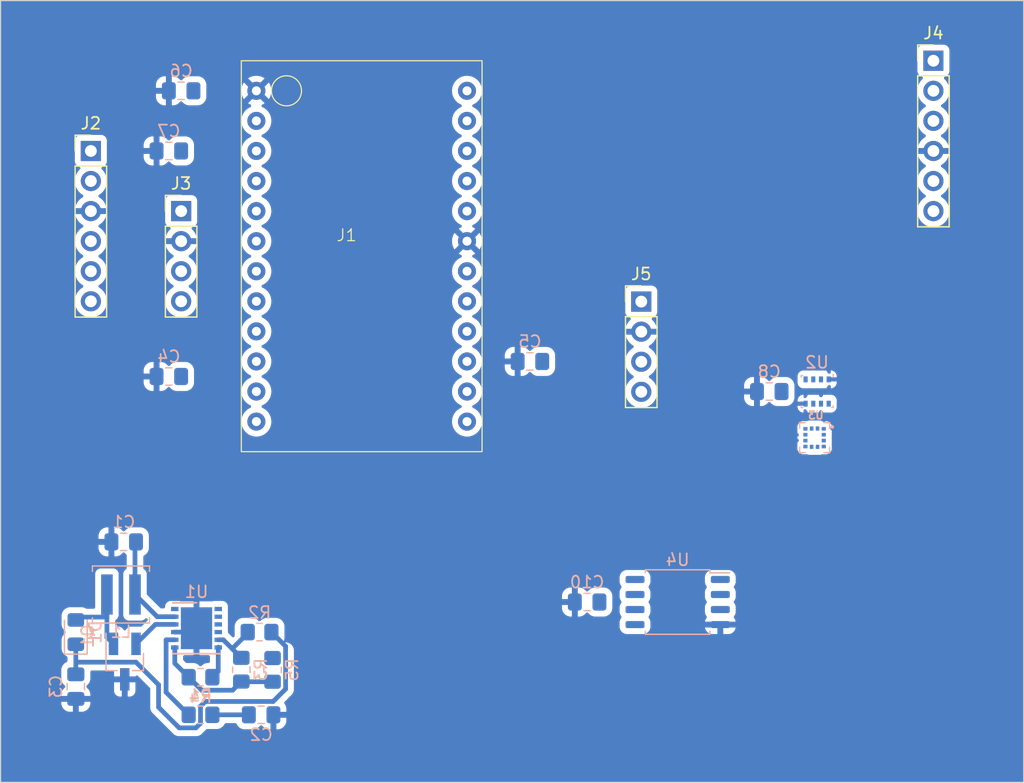
<source format=kicad_pcb>
(kicad_pcb (version 20221018) (generator pcbnew)
  (layers (0 "F.Cu" signal) (31 "B.Cu" signal) (34 "B.Paste" user) (35 "F.Paste" user) (36 "B.SilkS" user "B.Silkscreen") (37 "F.SilkS" user "F.Silkscreen") (38 "B.Mask" user) (39 "F.Mask" user) (44 "Edge.Cuts" user))
  (net 0 "")
  (net 1 "GND")
  (net 2 "/RST")
  (net 3 "/5V")
  (net 4 "Net-(C2-Pad1)")
  (net 5 "Net-(D1-K)")
  (net 6 "/BIAS")
  (net 7 "/BATTERY_MONITOR")
  (net 8 "/SiPM_SIGNAL")
  (net 9 "/SiPM_TEMP")
  (net 10 "/3v3")
  (net 11 "Net-(D1-A)")
  (net 12 "/SCL")
  (net 13 "/SDA")
  (net 14 "/BIAS_ENABLE")
  (net 15 "/STIM_ENABLE")
  (net 16 "/ANNEAL_ENABLE")
  (net 18 "/MOSI")
  (net 21 "/SCK")
  (net 23 "/MEMORY_CS")
  (net 24 "/MISO")
  (net 25 "/BIAS_CS")
  (net 26 "/SWDCLK")
  (net 27 "/SWDIO")
  (net 28 "Net-(Q1-G)")
  (net 29 "Net-(U1-COMP)")
  (net 30 "Net-(U1-FB)")
  (net 31 "Net-(U1-DAC_OUT)")
  (footprint "Connector_PinHeader_2.54mm:PinHeader_1x06_P2.54mm_Vertical" (layer "F.Cu") (at 180.34 45.72)
    (fp_text reference "J4" (at 0 -2.33) (layer "F.SilkS"))
    (fp_text value "Conn_01x06_Pin")
    (fp_line (start -1.33 -1.33) (end 0 -1.33) (stroke (width 0.12)) (layer "F.SilkS"))
    (fp_line (start -1.33 0) (end -1.33 -1.33) (stroke (width 0.12)) (layer "F.SilkS"))
    (fp_line (start -1.33 1.27) (end -1.33 14.03) (stroke (width 0.12)) (layer "F.SilkS"))
    (fp_line (start -1.33 1.27) (end 1.33 1.27) (stroke (width 0.12)) (layer "F.SilkS"))
    (fp_line (start -1.33 14.03) (end 1.33 14.03) (stroke (width 0.12)) (layer "F.SilkS"))
    (fp_line (start 1.33 1.27) (end 1.33 14.03) (stroke (width 0.12)) (layer "F.SilkS"))
    (pad "1" thru_hole rect (at 0 0) (size 1.7 1.7) (drill 1) (layers "*.Cu" "*.Mask") (net 10 "/3v3"))
    (pad "2" thru_hole oval (at 0 2.54) (size 1.7 1.7) (drill 1) (layers "*.Cu" "*.Mask") (net 9 "/SiPM_TEMP"))
    (pad "3" thru_hole oval (at 0 5.08) (size 1.7 1.7) (drill 1) (layers "*.Cu" "*.Mask") (net 6 "/BIAS"))
    (pad "4" thru_hole oval (at 0 7.62) (size 1.7 1.7) (drill 1) (layers "*.Cu" "*.Mask") (net 1 "GND"))
    (pad "5" thru_hole oval (at 0 10.16) (size 1.7 1.7) (drill 1) (layers "*.Cu" "*.Mask") (net 8 "/SiPM_SIGNAL"))
    (pad "6" thru_hole oval (at 0 12.7) (size 1.7 1.7) (drill 1) (layers "*.Cu" "*.Mask") (net 3 "/5V"))
  )
  (footprint "Connector_PinHeader_2.54mm:PinHeader_1x04_P2.54mm_Vertical" (layer "F.Cu") (at 155.68 66.065)
    (fp_text reference "J5" (at 0 -2.33) (layer "F.SilkS"))
    (fp_text value "Conn_01x04_Pin")
    (fp_line (start -1.33 -1.33) (end 0 -1.33) (stroke (width 0.12)) (layer "F.SilkS"))
    (fp_line (start -1.33 0) (end -1.33 -1.33) (stroke (width 0.12)) (layer "F.SilkS"))
    (fp_line (start -1.33 1.27) (end -1.33 8.95) (stroke (width 0.12)) (layer "F.SilkS"))
    (fp_line (start -1.33 1.27) (end 1.33 1.27) (stroke (width 0.12)) (layer "F.SilkS"))
    (fp_line (start -1.33 8.95) (end 1.33 8.95) (stroke (width 0.12)) (layer "F.SilkS"))
    (fp_line (start 1.33 1.27) (end 1.33 8.95) (stroke (width 0.12)) (layer "F.SilkS"))
    (pad "1" thru_hole rect (at 0 0) (size 1.7 1.7) (drill 1) (layers "*.Cu" "*.Mask") (net 26 "/SWDCLK"))
    (pad "2" thru_hole oval (at 0 2.54) (size 1.7 1.7) (drill 1) (layers "*.Cu" "*.Mask") (net 1 "GND"))
    (pad "3" thru_hole oval (at 0 5.08) (size 1.7 1.7) (drill 1) (layers "*.Cu" "*.Mask") (net 27 "/SWDIO"))
    (pad "4" thru_hole oval (at 0 7.62) (size 1.7 1.7) (drill 1) (layers "*.Cu" "*.Mask") (net 2 "/RST"))
  )
  (footprint "Connector_PinHeader_2.54mm:PinHeader_1x06_P2.54mm_Vertical" (layer "F.Cu") (at 109.22 53.34)
    (fp_text reference "J2" (at 0 -2.33) (layer "F.SilkS"))
    (fp_text value "Conn_01x06_Pin")
    (fp_line (start -1.33 -1.33) (end 0 -1.33) (stroke (width 0.12)) (layer "F.SilkS"))
    (fp_line (start -1.33 0) (end -1.33 -1.33) (stroke (width 0.12)) (layer "F.SilkS"))
    (fp_line (start -1.33 1.27) (end -1.33 14.03) (stroke (width 0.12)) (layer "F.SilkS"))
    (fp_line (start -1.33 1.27) (end 1.33 1.27) (stroke (width 0.12)) (layer "F.SilkS"))
    (fp_line (start -1.33 14.03) (end 1.33 14.03) (stroke (width 0.12)) (layer "F.SilkS"))
    (fp_line (start 1.33 1.27) (end 1.33 14.03) (stroke (width 0.12)) (layer "F.SilkS"))
    (pad "1" thru_hole rect (at 0 0) (size 1.7 1.7) (drill 1) (layers "*.Cu" "*.Mask") (net 9 "/SiPM_TEMP"))
    (pad "2" thru_hole oval (at 0 2.54) (size 1.7 1.7) (drill 1) (layers "*.Cu" "*.Mask") (net 8 "/SiPM_SIGNAL"))
    (pad "3" thru_hole oval (at 0 5.08) (size 1.7 1.7) (drill 1) (layers "*.Cu" "*.Mask") (net 1 "GND"))
    (pad "4" thru_hole oval (at 0 7.62) (size 1.7 1.7) (drill 1) (layers "*.Cu" "*.Mask") (net 14 "/BIAS_ENABLE"))
    (pad "5" thru_hole oval (at 0 10.16) (size 1.7 1.7) (drill 1) (layers "*.Cu" "*.Mask") (net 15 "/STIM_ENABLE"))
    (pad "6" thru_hole oval (at 0 12.7) (size 1.7 1.7) (drill 1) (layers "*.Cu" "*.Mask") (net 16 "/ANNEAL_ENABLE"))
  )
  (footprint "Connector_PinHeader_2.54mm:PinHeader_1x04_P2.54mm_Vertical" (layer "F.Cu") (at 116.84 58.42)
    (fp_text reference "J3" (at 0 -2.33) (layer "F.SilkS"))
    (fp_text value "Conn_01x04_Pin")
    (fp_line (start -1.33 -1.33) (end 0 -1.33) (stroke (width 0.12)) (layer "F.SilkS"))
    (fp_line (start -1.33 0) (end -1.33 -1.33) (stroke (width 0.12)) (layer "F.SilkS"))
    (fp_line (start -1.33 1.27) (end -1.33 8.95) (stroke (width 0.12)) (layer "F.SilkS"))
    (fp_line (start -1.33 1.27) (end 1.33 1.27) (stroke (width 0.12)) (layer "F.SilkS"))
    (fp_line (start -1.33 8.95) (end 1.33 8.95) (stroke (width 0.12)) (layer "F.SilkS"))
    (fp_line (start 1.33 1.27) (end 1.33 8.95) (stroke (width 0.12)) (layer "F.SilkS"))
    (pad "1" thru_hole rect (at 0 0) (size 1.7 1.7) (drill 1) (layers "*.Cu" "*.Mask") (net 3 "/5V"))
    (pad "2" thru_hole oval (at 0 2.54) (size 1.7 1.7) (drill 1) (layers "*.Cu" "*.Mask") (net 1 "GND"))
    (pad "3" thru_hole oval (at 0 5.08) (size 1.7 1.7) (drill 1) (layers "*.Cu" "*.Mask") (net 15 "/STIM_ENABLE"))
    (pad "4" thru_hole oval (at 0 7.62) (size 1.7 1.7) (drill 1) (layers "*.Cu" "*.Mask") (net 16 "/ANNEAL_ENABLE"))
  )
  (footprint "Library:E5-mini" (layer "F.Cu") (at 132.08 62.23)
    (fp_text reference "J1" (at -1.27 -1.77 unlocked) (layer "F.SilkS") (effects (font (thickness 0.1))))
    (fp_text value "Conn_02x12_Counter_Clockwise")
    (fp_rect (start -10.16 -16.51) (end 10.16 16.51) (stroke (width 0.1)) (fill none) (layer "F.SilkS"))
    (fp_circle (center -6.35 -13.97) (end -6.35 -12.7) (stroke (width 0.1)) (fill none) (layer "F.SilkS"))
    (pad "1" thru_hole circle (at -8.89 -13.97) (size 1.524 1.524) (drill 0.762) (layers "*.Cu" "*.Mask") (net 1 "GND"))
    (pad "2" thru_hole circle (at -8.89 -11.43) (size 1.524 1.524) (drill 0.762) (layers "*.Cu" "*.Mask") (net 12 "/SCL"))
    (pad "3" thru_hole circle (at -8.89 -8.89) (size 1.524 1.524) (drill 0.762) (layers "*.Cu" "*.Mask") (net 13 "/SDA"))
    (pad "4" thru_hole circle (at -8.89 -6.35) (size 1.524 1.524) (drill 0.762) (layers "*.Cu" "*.Mask") (net 8 "/SiPM_SIGNAL"))
    (pad "5" thru_hole circle (at -8.89 -3.81) (size 1.524 1.524) (drill 0.762) (layers "*.Cu" "*.Mask") (net 9 "/SiPM_TEMP"))
    (pad "6" thru_hole circle (at -8.89 -1.27) (size 1.524 1.524) (drill 0.762) (layers "*.Cu" "*.Mask") (net 14 "/BIAS_ENABLE"))
    (pad "7" thru_hole circle (at -8.89 1.27) (size 1.524 1.524) (drill 0.762) (layers "*.Cu" "*.Mask") (net 15 "/STIM_ENABLE"))
    (pad "8" thru_hole circle (at -8.89 3.81) (size 1.524 1.524) (drill 0.762) (layers "*.Cu" "*.Mask") (net 16 "/ANNEAL_ENABLE"))
    (pad "9" thru_hole circle (at -8.89 6.35) (size 1.524 1.524) (drill 0.762) (layers "*.Cu" "*.Mask"))
    (pad "10" thru_hole circle (at -8.89 8.89) (size 1.524 1.524) (drill 0.762) (layers "*.Cu" "*.Mask") (net 18 "/MOSI"))
    (pad "11" thru_hole circle (at -8.89 11.43) (size 1.524 1.524) (drill 0.762) (layers "*.Cu" "*.Mask"))
    (pad "12" thru_hole circle (at -8.89 13.97) (size 1.524 1.524) (drill 0.762) (layers "*.Cu" "*.Mask"))
    (pad "13" thru_hole circle (at 8.89 13.97) (size 1.524 1.524) (drill 0.762) (layers "*.Cu" "*.Mask") (net 21 "/SCK"))
    (pad "14" thru_hole circle (at 8.89 11.43) (size 1.524 1.524) (drill 0.762) (layers "*.Cu" "*.Mask"))
    (pad "15" thru_hole circle (at 8.89 8.89) (size 1.524 1.524) (drill 0.762) (layers "*.Cu" "*.Mask") (net 7 "/BATTERY_MONITOR"))
    (pad "16" thru_hole circle (at 8.89 6.35) (size 1.524 1.524) (drill 0.762) (layers "*.Cu" "*.Mask") (net 23 "/MEMORY_CS"))
    (pad "17" thru_hole circle (at 8.89 3.81) (size 1.524 1.524) (drill 0.762) (layers "*.Cu" "*.Mask") (net 24 "/MISO"))
    (pad "18" thru_hole circle (at 8.89 1.27) (size 1.524 1.524) (drill 0.762) (layers "*.Cu" "*.Mask") (net 25 "/BIAS_CS"))
    (pad "19" thru_hole circle (at 8.89 -1.27) (size 1.524 1.524) (drill 0.762) (layers "*.Cu" "*.Mask") (net 1 "GND"))
    (pad "20" thru_hole circle (at 8.89 -3.81) (size 1.524 1.524) (drill 0.762) (layers "*.Cu" "*.Mask") (net 2 "/RST"))
    (pad "21" thru_hole circle (at 8.89 -6.35) (size 1.524 1.524) (drill 0.762) (layers "*.Cu" "*.Mask") (net 26 "/SWDCLK"))
    (pad "22" thru_hole circle (at 8.89 -8.89) (size 1.524 1.524) (drill 0.762) (layers "*.Cu" "*.Mask") (net 27 "/SWDIO"))
    (pad "23" thru_hole circle (at 8.89 -11.43) (size 1.524 1.524) (drill 0.762) (layers "*.Cu" "*.Mask") (net 10 "/3v3"))
    (pad "24" thru_hole circle (at 8.89 -13.97) (size 1.524 1.524) (drill 0.762) (layers "*.Cu" "*.Mask") (net 3 "/5V"))
  )
  (footprint "Capacitor_SMD:C_0805_2012Metric_Pad1.18x1.45mm_HandSolder" (layer "B.Cu") (at 151.11 91.44 180)
    (fp_text reference "C10" (at 0 1.68) (layer "B.SilkS") (effects (justify mirror)))
    (fp_text value "1.0u")
    (fp_line (start -0.261252 -0.735) (end 0.261252 -0.735) (stroke (width 0.12)) (layer "B.SilkS"))
    (fp_line (start -0.261252 0.735) (end 0.261252 0.735) (stroke (width 0.12)) (layer "B.SilkS"))
    (pad "1" smd roundrect (at -1.0375 0 180) (size 1.175 1.45) (layers "B.Cu" "B.Paste" "B.Mask") (roundrect_rratio 0.212766) (net 10 "/3v3"))
    (pad "2" smd roundrect (at 1.0375 0 180) (size 1.175 1.45) (layers "B.Cu" "B.Paste" "B.Mask") (roundrect_rratio 0.212766) (net 1 "GND"))
  )
  (footprint "Package_TO_SOT_SMD:SOT-23_Handsoldering" (layer "B.Cu") (at 112.08 96.471638 -90)
    (fp_text reference "Q1" (at -2.15 3.135 90) (layer "B.SilkS") (effects (justify mirror)))
    (fp_text value "NMOS")
    (fp_line (start 0.76 -1.58) (end -0.7 -1.58) (stroke (width 0.12)) (layer "B.SilkS"))
    (fp_line (start 0.76 -1.58) (end 0.76 -0.65) (stroke (width 0.12)) (layer "B.SilkS"))
    (fp_line (start 0.76 1.58) (end -2.4 1.58) (stroke (width 0.12)) (layer "B.SilkS"))
    (fp_line (start 0.76 1.58) (end 0.76 0.65) (stroke (width 0.12)) (layer "B.SilkS"))
    (pad "1" smd rect (at -1.5 0.95 270) (size 1.9 0.8) (layers "B.Cu" "B.Paste" "B.Mask") (net 11 "Net-(D1-A)"))
    (pad "2" smd rect (at -1.5 -0.95 270) (size 1.9 0.8) (layers "B.Cu" "B.Paste" "B.Mask") (net 28 "Net-(Q1-G)"))
    (pad "3" smd rect (at 1.5 0 270) (size 1.9 0.8) (layers "B.Cu" "B.Paste" "B.Mask") (net 1 "GND"))
  )
  (footprint "Capacitor_SMD:C_0805_2012Metric_Pad1.18x1.45mm_HandSolder" (layer "B.Cu") (at 107.95 98.5825 -90)
    (fp_text reference "C3" (at 0 1.68 90) (layer "B.SilkS") (effects (justify mirror)))
    (fp_text value "0.01u")
    (fp_line (start -0.261252 -0.735) (end 0.261252 -0.735) (stroke (width 0.12)) (layer "B.SilkS"))
    (fp_line (start -0.261252 0.735) (end 0.261252 0.735) (stroke (width 0.12)) (layer "B.SilkS"))
    (pad "1" smd roundrect (at -1.0375 0 270) (size 1.175 1.45) (layers "B.Cu" "B.Paste" "B.Mask") (roundrect_rratio 0.212766) (net 5 "Net-(D1-K)"))
    (pad "2" smd roundrect (at 1.0375 0 270) (size 1.175 1.45) (layers "B.Cu" "B.Paste" "B.Mask") (roundrect_rratio 0.212766) (net 1 "GND"))
  )
  (footprint "Package_SO:SOIC-8_5.23x5.23mm_P1.27mm" (layer "B.Cu") (at 158.7525 91.44 180)
    (fp_text reference "U4" (at 0 3.56) (layer "B.SilkS") (effects (justify mirror)))
    (fp_text value "~")
    (fp_line (start -2.725 -2.725) (end -2.725 -2.465) (stroke (width 0.12)) (layer "B.SilkS"))
    (fp_line (start -2.725 2.465) (end -4.4 2.465) (stroke (width 0.12)) (layer "B.SilkS"))
    (fp_line (start -2.725 2.725) (end -2.725 2.465) (stroke (width 0.12)) (layer "B.SilkS"))
    (fp_line (start 0 -2.725) (end -2.725 -2.725) (stroke (width 0.12)) (layer "B.SilkS"))
    (fp_line (start 0 -2.725) (end 2.725 -2.725) (stroke (width 0.12)) (layer "B.SilkS"))
    (fp_line (start 0 2.725) (end -2.725 2.725) (stroke (width 0.12)) (layer "B.SilkS"))
    (fp_line (start 0 2.725) (end 2.725 2.725) (stroke (width 0.12)) (layer "B.SilkS"))
    (fp_line (start 2.725 -2.725) (end 2.725 -2.465) (stroke (width 0.12)) (layer "B.SilkS"))
    (fp_line (start 2.725 2.725) (end 2.725 2.465) (stroke (width 0.12)) (layer "B.SilkS"))
    (pad "1" smd roundrect (at -3.6 1.905 180) (size 1.6 0.6) (layers "B.Cu" "B.Paste" "B.Mask") (net 23 "/MEMORY_CS"))
    (pad "2" smd roundrect (at -3.6 0.635 180) (size 1.6 0.6) (layers "B.Cu" "B.Paste" "B.Mask") (net 24 "/MISO"))
    (pad "3" smd roundrect (at -3.6 -0.635 180) (size 1.6 0.6) (layers "B.Cu" "B.Paste" "B.Mask"))
    (pad "4" smd roundrect (at -3.6 -1.905 180) (size 1.6 0.6) (layers "B.Cu" "B.Paste" "B.Mask") (net 1 "GND"))
    (pad "5" smd roundrect (at 3.6 -1.905 180) (size 1.6 0.6) (layers "B.Cu" "B.Paste" "B.Mask") (net 18 "/MOSI"))
    (pad "6" smd roundrect (at 3.6 -0.635 180) (size 1.6 0.6) (layers "B.Cu" "B.Paste" "B.Mask") (net 21 "/SCK"))
    (pad "7" smd roundrect (at 3.6 0.635 180) (size 1.6 0.6) (layers "B.Cu" "B.Paste" "B.Mask"))
    (pad "8" smd roundrect (at 3.6 1.905 180) (size 1.6 0.6) (layers "B.Cu" "B.Paste" "B.Mask") (net 10 "/3v3"))
  )
  (footprint "Package_LGA:Bosch_LGA-8_2.5x2.5mm_P0.65mm_ClockwisePinNumbering" (layer "B.Cu") (at 170.525118 73.66 180)
    (fp_text reference "U2" (at 0.015 2.465) (layer "B.SilkS") (effects (justify mirror)))
    (fp_text value "BME280")
    (fp_line (start -1.35 -1.36) (end -1.2 -1.36) (stroke (width 0.1)) (layer "B.SilkS"))
    (fp_line (start -1.35 -1.35) (end -1.35 -1.2) (stroke (width 0.1)) (layer "B.SilkS"))
    (fp_line (start -1.35 1.2) (end -1.35 1.45) (stroke (width 0.1)) (layer "B.SilkS"))
    (fp_line (start 1.2 1.35) (end 1.35 1.35) (stroke (width 0.1)) (layer "B.SilkS"))
    (fp_line (start 1.35 -1.35) (end 1.2 -1.35) (stroke (width 0.1)) (layer "B.SilkS"))
    (fp_line (start 1.35 -1.35) (end 1.35 -1.2) (stroke (width 0.1)) (layer "B.SilkS"))
    (fp_line (start 1.35 1.35) (end 1.35 1.2) (stroke (width 0.1)) (layer "B.SilkS"))
    (pad "1" smd rect (at -0.975 1.025 90) (size 0.5 0.35) (layers "B.Cu" "B.Paste" "B.Mask") (net 1 "GND"))
    (pad "2" smd rect (at -0.325 1.025 90) (size 0.5 0.35) (layers "B.Cu" "B.Paste" "B.Mask") (net 10 "/3v3"))
    (pad "3" smd rect (at 0.325 1.025 90) (size 0.5 0.35) (layers "B.Cu" "B.Paste" "B.Mask") (net 13 "/SDA"))
    (pad "4" smd rect (at 0.975 1.025 90) (size 0.5 0.35) (layers "B.Cu" "B.Paste" "B.Mask") (net 12 "/SCL"))
    (pad "5" smd rect (at 0.975 -1.025 90) (size 0.5 0.35) (layers "B.Cu" "B.Paste" "B.Mask") (net 1 "GND"))
    (pad "6" smd rect (at 0.325 -1.025 90) (size 0.5 0.35) (layers "B.Cu" "B.Paste" "B.Mask") (net 10 "/3v3"))
    (pad "7" smd rect (at -0.325 -1.025 90) (size 0.5 0.35) (layers "B.Cu" "B.Paste" "B.Mask") (net 1 "GND"))
    (pad "8" smd rect (at -0.975 -1.025 90) (size 0.5 0.35) (layers "B.Cu" "B.Paste" "B.Mask") (net 10 "/3v3"))
  )
  (footprint "Capacitor_SMD:C_0805_2012Metric_Pad1.18x1.45mm_HandSolder" (layer "B.Cu") (at 146.2825 71.12 180)
    (fp_text reference "C5" (at 0 1.68) (layer "B.SilkS") (effects (justify mirror)))
    (fp_text value "1.0n")
    (fp_line (start -0.261252 -0.735) (end 0.261252 -0.735) (stroke (width 0.12)) (layer "B.SilkS"))
    (fp_line (start -0.261252 0.735) (end 0.261252 0.735) (stroke (width 0.12)) (layer "B.SilkS"))
    (pad "1" smd roundrect (at -1.0375 0 180) (size 1.175 1.45) (layers "B.Cu" "B.Paste" "B.Mask") (roundrect_rratio 0.212766) (net 7 "/BATTERY_MONITOR"))
    (pad "2" smd roundrect (at 1.0375 0 180) (size 1.175 1.45) (layers "B.Cu" "B.Paste" "B.Mask") (roundrect_rratio 0.212766) (net 1 "GND"))
  )
  (footprint "Capacitor_SMD:C_0805_2012Metric_Pad1.18x1.45mm_HandSolder" (layer "B.Cu") (at 115.8025 72.39 180)
    (fp_text reference "C4" (at 0 1.68) (layer "B.SilkS") (effects (justify mirror)))
    (fp_text value "0.01u")
    (fp_line (start -0.261252 -0.735) (end 0.261252 -0.735) (stroke (width 0.12)) (layer "B.SilkS"))
    (fp_line (start -0.261252 0.735) (end 0.261252 0.735) (stroke (width 0.12)) (layer "B.SilkS"))
    (pad "1" smd roundrect (at -1.0375 0 180) (size 1.175 1.45) (layers "B.Cu" "B.Paste" "B.Mask") (roundrect_rratio 0.212766) (net 6 "/BIAS"))
    (pad "2" smd roundrect (at 1.0375 0 180) (size 1.175 1.45) (layers "B.Cu" "B.Paste" "B.Mask") (roundrect_rratio 0.212766) (net 1 "GND"))
  )
  (footprint "Resistor_SMD:R_0805_2012Metric_Pad1.20x1.40mm_HandSolder" (layer "B.Cu") (at 124.557646 97.171436 90)
    (fp_text reference "R5" (at 0 1.65 90) (layer "B.SilkS") (effects (justify mirror)))
    (fp_text value "10.0k")
    (fp_line (start -0.227064 -0.735) (end 0.227064 -0.735) (stroke (width 0.12)) (layer "B.SilkS"))
    (fp_line (start -0.227064 0.735) (end 0.227064 0.735) (stroke (width 0.12)) (layer "B.SilkS"))
    (pad "1" smd roundrect (at -1 0 90) (size 1.2 1.4) (layers "B.Cu" "B.Paste" "B.Mask") (roundrect_rratio 0.208333) (net 30 "Net-(U1-FB)"))
    (pad "2" smd roundrect (at 1 0 90) (size 1.2 1.4) (layers "B.Cu" "B.Paste" "B.Mask") (roundrect_rratio 0.208333) (net 1 "GND"))
  )
  (footprint "Package_DFN_QFN:DFN-12-1EP_4x4mm_P0.65mm_EP2.64x3.54mm" (layer "B.Cu") (at 118.137262 93.655 180)
    (fp_text reference "U1" (at 0 3.075) (layer "B.SilkS") (effects (justify mirror)))
    (fp_text value "~")
    (fp_line (start -2 -2.15) (end 2 -2.15) (stroke (width 0.15)) (layer "B.SilkS"))
    (fp_line (start 0 2.15) (end 2 2.15) (stroke (width 0.15)) (layer "B.SilkS"))
    (pad "1" smd rect (at -1.835 1.625 180) (size 0.63 0.36) (layers "B.Cu" "B.Paste" "B.Mask") (net 21 "/SCK"))
    (pad "2" smd rect (at -1.835 0.975 180) (size 0.63 0.36) (layers "B.Cu" "B.Paste" "B.Mask") (net 18 "/MOSI"))
    (pad "3" smd rect (at -1.835 0.325 180) (size 0.63 0.36) (layers "B.Cu" "B.Paste" "B.Mask"))
    (pad "4" smd rect (at -1.835 -0.325 180) (size 0.63 0.36) (layers "B.Cu" "B.Paste" "B.Mask") (net 5 "Net-(D1-K)"))
    (pad "5" smd rect (at -1.835 -0.975 180) (size 0.63 0.36) (layers "B.Cu" "B.Paste" "B.Mask") (net 6 "/BIAS"))
    (pad "6" smd rect (at -1.835 -1.625 180) (size 0.63 0.36) (layers "B.Cu" "B.Paste" "B.Mask") (net 31 "Net-(U1-DAC_OUT)"))
    (pad "7" smd rect (at 1.835 -1.625 180) (size 0.63 0.36) (layers "B.Cu" "B.Paste" "B.Mask") (net 30 "Net-(U1-FB)"))
    (pad "8" smd rect (at 1.835 -0.975 180) (size 0.63 0.36) (layers "B.Cu" "B.Paste" "B.Mask") (net 29 "Net-(U1-COMP)"))
    (pad "9" smd rect (at 1.835 -0.325 180) (size 0.63 0.36) (layers "B.Cu" "B.Paste" "B.Mask") (net 1 "GND"))
    (pad "10" smd rect (at 1.835 0.325 180) (size 0.63 0.36) (layers "B.Cu" "B.Paste" "B.Mask") (net 28 "Net-(Q1-G)"))
    (pad "11" smd rect (at 1.835 0.975 180) (size 0.63 0.36) (layers "B.Cu" "B.Paste" "B.Mask") (net 3 "/5V"))
    (pad "12" smd rect (at 1.835 1.625 180) (size 0.63 0.36) (layers "B.Cu" "B.Paste" "B.Mask") (net 25 "/BIAS_CS"))
    (pad "13" smd rect (at 0 0 180) (size 2.64 3.54) (layers "B.Cu" "B.Mask") (net 1 "GND"))
  )
  (footprint "Resistor_SMD:R_0805_2012Metric_Pad1.20x1.40mm_HandSolder" (layer "B.Cu") (at 118.475 97.79)
    (fp_text reference "R4" (at 0 1.65) (layer "B.SilkS") (effects (justify mirror)))
    (fp_text value "32.4k")
    (fp_line (start -0.227064 -0.735) (end 0.227064 -0.735) (stroke (width 0.12)) (layer "B.SilkS"))
    (fp_line (start -0.227064 0.735) (end 0.227064 0.735) (stroke (width 0.12)) (layer "B.SilkS"))
    (pad "1" smd roundrect (at -1 0) (size 1.2 1.4) (layers "B.Cu" "B.Paste" "B.Mask") (roundrect_rratio 0.208333) (net 30 "Net-(U1-FB)"))
    (pad "2" smd roundrect (at 1 0) (size 1.2 1.4) (layers "B.Cu" "B.Paste" "B.Mask") (roundrect_rratio 0.208333) (net 31 "Net-(U1-DAC_OUT)"))
  )
  (footprint "Capacitor_SMD:C_0805_2012Metric_Pad1.18x1.45mm_HandSolder" (layer "B.Cu") (at 123.5925 100.965)
    (fp_text reference "C2" (at 0 1.68) (layer "B.SilkS") (effects (justify mirror)))
    (fp_text value "1.0u")
    (fp_line (start -0.261252 -0.735) (end 0.261252 -0.735) (stroke (width 0.12)) (layer "B.SilkS"))
    (fp_line (start -0.261252 0.735) (end 0.261252 0.735) (stroke (width 0.12)) (layer "B.SilkS"))
    (pad "1" smd roundrect (at -1.0375 0) (size 1.175 1.45) (layers "B.Cu" "B.Paste" "B.Mask") (roundrect_rratio 0.212766) (net 4 "Net-(C2-Pad1)"))
    (pad "2" smd roundrect (at 1.0375 0) (size 1.175 1.45) (layers "B.Cu" "B.Paste" "B.Mask") (roundrect_rratio 0.212766) (net 1 "GND"))
  )
  (footprint "Inductor_SMD:L_Coilcraft_XAL4020-XXX" (layer "B.Cu") (at 111.76 90.805)
    (fp_text reference "L1" (at 0 3.15) (layer "B.SilkS") (effects (justify mirror)))
    (fp_text value "150uH")
    (fp_line (start -2.41 -2.41) (end -2.41 -1.96) (stroke (width 0.12)) (layer "B.SilkS"))
    (fp_line (start -2.41 -2.41) (end 2.41 -2.41) (stroke (width 0.12)) (layer "B.SilkS"))
    (fp_line (start -2.41 2.41) (end -2.41 1.96) (stroke (width 0.12)) (layer "B.SilkS"))
    (fp_line (start -2.41 2.41) (end 2.41 2.41) (stroke (width 0.12)) (layer "B.SilkS"))
    (fp_line (start 2.41 -2.41) (end 2.41 -1.96) (stroke (width 0.12)) (layer "B.SilkS"))
    (fp_line (start 2.41 2.41) (end 2.41 1.96) (stroke (width 0.12)) (layer "B.SilkS"))
    (pad "1" smd rect (at -1.185 0) (size 0.98 3.4) (layers "B.Cu" "B.Paste" "B.Mask") (net 11 "Net-(D1-A)"))
    (pad "2" smd rect (at 1.185 0) (size 0.98 3.4) (layers "B.Cu" "B.Paste" "B.Mask") (net 3 "/5V"))
  )
  (footprint "Capacitor_SMD:C_0805_2012Metric_Pad1.18x1.45mm_HandSolder" (layer "B.Cu") (at 115.8025 53.34 180)
    (fp_text reference "C7" (at 0 1.68) (layer "B.SilkS") (effects (justify mirror)))
    (fp_text value "1.0n")
    (fp_line (start -0.261252 -0.735) (end 0.261252 -0.735) (stroke (width 0.12)) (layer "B.SilkS"))
    (fp_line (start -0.261252 0.735) (end 0.261252 0.735) (stroke (width 0.12)) (layer "B.SilkS"))
    (pad "1" smd roundrect (at -1.0375 0 180) (size 1.175 1.45) (layers "B.Cu" "B.Paste" "B.Mask") (roundrect_rratio 0.212766) (net 9 "/SiPM_TEMP"))
    (pad "2" smd roundrect (at 1.0375 0 180) (size 1.175 1.45) (layers "B.Cu" "B.Paste" "B.Mask") (roundrect_rratio 0.212766) (net 1 "GND"))
  )
  (footprint "Resistor_SMD:R_0805_2012Metric_Pad1.20x1.40mm_HandSolder" (layer "B.Cu") (at 118.475 100.965 180)
    (fp_text reference "R1" (at 0 1.65) (layer "B.SilkS") (effects (justify mirror)))
    (fp_text value "4.02k")
    (fp_line (start -0.227064 -0.735) (end 0.227064 -0.735) (stroke (width 0.12)) (layer "B.SilkS"))
    (fp_line (start -0.227064 0.735) (end 0.227064 0.735) (stroke (width 0.12)) (layer "B.SilkS"))
    (pad "1" smd roundrect (at -1 0 180) (size 1.2 1.4) (layers "B.Cu" "B.Paste" "B.Mask") (roundrect_rratio 0.208333) (net 4 "Net-(C2-Pad1)"))
    (pad "2" smd roundrect (at 1 0 180) (size 1.2 1.4) (layers "B.Cu" "B.Paste" "B.Mask") (roundrect_rratio 0.208333) (net 29 "Net-(U1-COMP)"))
  )
  (footprint "Diode_SMD:D_0805_2012Metric_Pad1.15x1.40mm_HandSolder" (layer "B.Cu") (at 107.95 93.98 90)
    (fp_text reference "D1" (at 0 1.65 90) (layer "B.SilkS") (effects (justify mirror)))
    (fp_text value "D_Schottky")
    (fp_line (start -1.86 -0.96) (end 1 -0.96) (stroke (width 0.12)) (layer "B.SilkS"))
    (fp_line (start -1.86 0.96) (end -1.86 -0.96) (stroke (width 0.12)) (layer "B.SilkS"))
    (fp_line (start 1 0.96) (end -1.86 0.96) (stroke (width 0.12)) (layer "B.SilkS"))
    (pad "1" smd roundrect (at -1.025 0 90) (size 1.15 1.4) (layers "B.Cu" "B.Paste" "B.Mask") (roundrect_rratio 0.217391) (net 5 "Net-(D1-K)"))
    (pad "2" smd roundrect (at 1.025 0 90) (size 1.15 1.4) (layers "B.Cu" "B.Paste" "B.Mask") (roundrect_rratio 0.217391) (net 11 "Net-(D1-A)"))
  )
  (footprint "Capacitor_SMD:C_0805_2012Metric_Pad1.18x1.45mm_HandSolder" (layer "B.Cu") (at 111.9925 86.36 180)
    (fp_text reference "C1" (at 0 1.68) (layer "B.SilkS") (effects (justify mirror)))
    (fp_text value "1.0u")
    (fp_line (start -0.261252 -0.735) (end 0.261252 -0.735) (stroke (width 0.12)) (layer "B.SilkS"))
    (fp_line (start -0.261252 0.735) (end 0.261252 0.735) (stroke (width 0.12)) (layer "B.SilkS"))
    (pad "1" smd roundrect (at -1.0375 0 180) (size 1.175 1.45) (layers "B.Cu" "B.Paste" "B.Mask") (roundrect_rratio 0.212766) (net 3 "/5V"))
    (pad "2" smd roundrect (at 1.0375 0 180) (size 1.175 1.45) (layers "B.Cu" "B.Paste" "B.Mask") (roundrect_rratio 0.212766) (net 1 "GND"))
  )
  (footprint "Capacitor_SMD:C_0805_2012Metric_Pad1.18x1.45mm_HandSolder" (layer "B.Cu") (at 166.482618 73.66 180)
    (fp_text reference "C8" (at 0 1.68) (layer "B.SilkS") (effects (justify mirror)))
    (fp_text value "1.0u")
    (fp_line (start -0.261252 -0.735) (end 0.261252 -0.735) (stroke (width 0.12)) (layer "B.SilkS"))
    (fp_line (start -0.261252 0.735) (end 0.261252 0.735) (stroke (width 0.12)) (layer "B.SilkS"))
    (pad "1" smd roundrect (at -1.0375 0 180) (size 1.175 1.45) (layers "B.Cu" "B.Paste" "B.Mask") (roundrect_rratio 0.212766) (net 10 "/3v3"))
    (pad "2" smd roundrect (at 1.0375 0 180) (size 1.175 1.45) (layers "B.Cu" "B.Paste" "B.Mask") (roundrect_rratio 0.212766) (net 1 "GND"))
  )
  (footprint "Resistor_SMD:R_0805_2012Metric_Pad1.20x1.40mm_HandSolder" (layer "B.Cu") (at 123.46 93.98 180)
    (fp_text reference "R2" (at 0 1.65) (layer "B.SilkS") (effects (justify mirror)))
    (fp_text value "2.00k")
    (fp_line (start -0.227064 -0.735) (end 0.227064 -0.735) (stroke (width 0.12)) (layer "B.SilkS"))
    (fp_line (start -0.227064 0.735) (end 0.227064 0.735) (stroke (width 0.12)) (layer "B.SilkS"))
    (pad "1" smd roundrect (at -1 0 180) (size 1.2 1.4) (layers "B.Cu" "B.Paste" "B.Mask") (roundrect_rratio 0.208333) (net 5 "Net-(D1-K)"))
    (pad "2" smd roundrect (at 1 0 180) (size 1.2 1.4) (layers "B.Cu" "B.Paste" "B.Mask") (roundrect_rratio 0.208333) (net 6 "/BIAS"))
  )
  (footprint "BMA400:XDCR_BMA400" (layer "B.Cu") (at 170.310118 77.5585 180)
    (fp_text reference "U3" (at -0.108 1.8844) (layer "B.SilkS") (effects (font (size 0.64 0.64)) (justify mirror)))
    (fp_text value "BMA400")
    (fp_line (start -1.27 -1.27) (end -1.27 -0.8) (stroke (width 0.127)) (layer "B.SilkS"))
    (fp_line (start -1.27 -1.27) (end -0.8 -1.27) (stroke (width 0.127)) (layer "B.SilkS"))
    (fp_line (start -1.27 1.27) (end -1.27 0.8) (stroke (width 0.127)) (layer "B.SilkS"))
    (fp_line (start -1.27 1.27) (end -0.8 1.27) (stroke (width 0.127)) (layer "B.SilkS"))
    (fp_line (start 1.27 -1.27) (end 0.8 -1.27) (stroke (width 0.127)) (layer "B.SilkS"))
    (fp_line (start 1.27 -1.27) (end 1.27 -0.8) (stroke (width 0.127)) (layer "B.SilkS"))
    (fp_line (start 1.27 1.27) (end 0.8 1.27) (stroke (width 0.127)) (layer "B.SilkS"))
    (fp_line (start 1.27 1.27) (end 1.27 0.8) (stroke (width 0.127)) (layer "B.SilkS"))
    (fp_circle (center -1.5 0.9) (end -1.425 0.9) (stroke (width 0.15)) (fill none) (layer "B.SilkS"))
    (pad "1" smd rect (at -0.775 0.75 180) (size 0.35 0.3) (layers "B.Cu") (net 1 "GND"))
    (pad "2" smd rect (at -0.775 0.25 180) (size 0.35 0.3) (layers "B.Cu") (net 13 "/SDA"))
    (pad "3" smd rect (at -0.775 -0.25 180) (size 0.35 0.3) (layers "B.Cu") (net 10 "/3v3"))
    (pad "4" smd rect (at -0.775 -0.75 180) (size 0.35 0.3) (layers "B.Cu"))
    (pad "5" smd rect (at -0.25 -0.775 180) (size 0.3 0.35) (layers "B.Cu"))
    (pad "6" smd rect (at 0.25 -0.775 180) (size 0.3 0.35) (layers "B.Cu"))
    (pad "7" smd rect (at 0.775 -0.75 180) (size 0.35 0.3) (layers "B.Cu") (net 10 "/3v3"))
    (pad "8" smd rect (at 0.775 -0.25 180) (size 0.35 0.3) (layers "B.Cu") (net 1 "GND"))
    (pad "9" smd rect (at 0.775 0.25 180) (size 0.35 0.3) (layers "B.Cu") (net 1 "GND"))
    (pad "10" smd rect (at 0.775 0.75 180) (size 0.35 0.3) (layers "B.Cu"))
    (pad "11" smd rect (at 0.25 0.775 180) (size 0.3 0.35) (layers "B.Cu"))
    (pad "12" smd rect (at -0.25 0.775 180) (size 0.3 0.35) (layers "B.Cu") (net 12 "/SCL"))
    (zone (net 0) (net_name "") (layer "B.Cu") (connect_pads (clearance 0)) (min_thickness 0.01)
      (keepout (tracks not_allowed) (vias not_allowed) (pads not_allowed) (copperpour not_allowed) (footprints allowed))
      (fill (thermal_gap 0.508) (thermal_bridge_width 0.508))
      (polygon (pts (xy 170.785118 77.0835) (xy 169.835118 77.0835) (xy 169.835118 78.0335) (xy 170.785118 78.0335)))
    )
  )
  (footprint "Resistor_SMD:R_0805_2012Metric_Pad1.20x1.40mm_HandSolder" (layer "B.Cu") (at 121.92 97.155 90)
    (fp_text reference "R3" (at 0 1.65 90) (layer "B.SilkS") (effects (justify mirror)))
    (fp_text value "205k")
    (fp_line (start -0.227064 -0.735) (end 0.227064 -0.735) (stroke (width 0.12)) (layer "B.SilkS"))
    (fp_line (start -0.227064 0.735) (end 0.227064 0.735) (stroke (width 0.12)) (layer "B.SilkS"))
    (pad "1" smd roundrect (at -1 0 90) (size 1.2 1.4) (layers "B.Cu" "B.Paste" "B.Mask") (roundrect_rratio 0.208333) (net 30 "Net-(U1-FB)"))
    (pad "2" smd roundrect (at 1 0 90) (size 1.2 1.4) (layers "B.Cu" "B.Paste" "B.Mask") (roundrect_rratio 0.208333) (net 6 "/BIAS"))
  )
  (footprint "Capacitor_SMD:C_0805_2012Metric_Pad1.18x1.45mm_HandSolder" (layer "B.Cu") (at 116.84 48.26 180)
    (fp_text reference "C6" (at 0 1.68) (layer "B.SilkS") (effects (justify mirror)))
    (fp_text value "1.0n")
    (fp_line (start -0.261252 -0.735) (end 0.261252 -0.735) (stroke (width 0.12)) (layer "B.SilkS"))
    (fp_line (start -0.261252 0.735) (end 0.261252 0.735) (stroke (width 0.12)) (layer "B.SilkS"))
    (pad "1" smd roundrect (at -1.0375 0 180) (size 1.175 1.45) (layers "B.Cu" "B.Paste" "B.Mask") (roundrect_rratio 0.212766) (net 8 "/SiPM_SIGNAL"))
    (pad "2" smd roundrect (at 1.0375 0 180) (size 1.175 1.45) (layers "B.Cu" "B.Paste" "B.Mask") (roundrect_rratio 0.212766) (net 1 "GND"))
  )
  (gr_rect (start 101.6 40.64) (end 187.96 106.68) (stroke (width 0.1)) (fill none) (layer "Edge.Cuts"))
  (segment (start 116.302262 93.98) (end 117.812262 93.98) (width 0.4) (layer "B.Cu") (net 1))
  (segment (start 117.812262 93.98) (end 118.137262 93.655) (width 0.4) (layer "B.Cu") (net 1))
  (segment (start 113.03 86.36) (end 112.945 86.445) (width 0.4) (layer "B.Cu") (net 3))
  (segment (start 112.945 86.445) (end 112.945 90.805) (width 0.4) (layer "B.Cu") (net 3))
  (segment (start 114.82 92.68) (end 112.945 90.805) (width 0.4) (layer "B.Cu") (net 3))
  (segment (start 116.302262 92.68) (end 114.82 92.68) (width 0.4) (layer "B.Cu") (net 3))
  (segment (start 122.555 100.965) (end 119.475 100.965) (width 0.4) (layer "B.Cu") (net 4))
  (segment (start 118.880761 99.84) (end 124.608321 99.84) (width 0.4) (layer "B.Cu") (net 5))
  (segment (start 118.475 101.684239) (end 118.475 100.245761) (width 0.4) (layer "B.Cu") (net 5))
  (segment (start 107.95 96.52) (end 113.03 96.52) (width 0.4) (layer "B.Cu") (net 5))
  (segment (start 113.03 96.52) (end 114.935 98.425) (width 0.4) (layer "B.Cu") (net 5))
  (segment (start 124.608321 99.84) (end 125.657646 98.790675) (width 0.4) (layer "B.Cu") (net 5))
  (segment (start 125.657646 95.177646) (end 124.46 93.98) (width 0.4) (layer "B.Cu") (net 5))
  (segment (start 114.935 98.425) (end 114.935 100.33) (width 0.4) (layer "B.Cu") (net 5))
  (segment (start 116.67 102.065) (end 118.094239 102.065) (width 0.4) (layer "B.Cu") (net 5))
  (segment (start 125.657646 98.790675) (end 125.657646 95.177646) (width 0.4) (layer "B.Cu") (net 5))
  (segment (start 118.094239 102.065) (end 118.475 101.684239) (width 0.4) (layer "B.Cu") (net 5))
  (segment (start 107.95 95.005) (end 107.95 96.52) (width 0.4) (layer "B.Cu") (net 5))
  (segment (start 107.95 96.52) (end 107.95 97.545) (width 0.4) (layer "B.Cu") (net 5))
  (segment (start 114.935 100.33) (end 116.67 102.065) (width 0.4) (layer "B.Cu") (net 5))
  (segment (start 118.475 100.245761) (end 118.880761 99.84) (width 0.4) (layer "B.Cu") (net 5))
  (segment (start 121.15 95.385) (end 121.92 96.155) (width 0.4) (layer "B.Cu") (net 6))
  (segment (start 120.395 94.63) (end 121.15 95.385) (width 0.4) (layer "B.Cu") (net 6))
  (segment (start 122.46 94.075) (end 121.15 95.385) (width 0.4) (layer "B.Cu") (net 6))
  (segment (start 119.972262 94.63) (end 120.395 94.63) (width 0.4) (layer "B.Cu") (net 6))
  (segment (start 122.46 93.98) (end 122.46 94.075) (width 0.4) (layer "B.Cu") (net 6))
  (segment (start 108.195 92.71) (end 110.575 92.71) (width 0.4) (layer "B.Cu") (net 11))
  (segment (start 110.575 92.71) (end 110.575 94.416638) (width 0.4) (layer "B.Cu") (net 11))
  (segment (start 110.575 94.416638) (end 111.13 94.971638) (width 0.4) (layer "B.Cu") (net 11))
  (segment (start 110.575 90.805) (end 110.575 92.71) (width 0.4) (layer "B.Cu") (net 11))
  (segment (start 107.95 92.955) (end 108.195 92.71) (width 0.4) (layer "B.Cu") (net 11))
  (segment (start 114.671638 93.33) (end 113.03 94.971638) (width 0.4) (layer "B.Cu") (net 28))
  (segment (start 116.302262 93.33) (end 114.671638 93.33) (width 0.4) (layer "B.Cu") (net 28))
  (segment (start 115.57 94.647262) (end 115.57 99.06) (width 0.4) (layer "B.Cu") (net 29))
  (segment (start 115.57 99.06) (end 117.475 100.965) (width 0.4) (layer "B.Cu") (net 29))
  (segment (start 115.587262 94.63) (end 115.57 94.647262) (width 0.4) (layer "B.Cu") (net 29))
  (segment (start 116.302262 94.63) (end 115.587262 94.63) (width 0.4) (layer "B.Cu") (net 29))
  (segment (start 116.302262 95.28) (end 116.302262 96.617262) (width 0.4) (layer "B.Cu") (net 30))
  (segment (start 116.302262 96.617262) (end 117.475 97.79) (width 0.4) (layer "B.Cu") (net 30))
  (segment (start 121.936436 98.171436) (end 121.92 98.155) (width 0.4) (layer "B.Cu") (net 30))
  (segment (start 121.92 98.155) (end 121.185 98.89) (width 0.4) (layer "B.Cu") (net 30))
  (segment (start 118.575 98.89) (end 117.475 97.79) (width 0.4) (layer "B.Cu") (net 30))
  (segment (start 121.185 98.89) (end 118.575 98.89) (width 0.4) (layer "B.Cu") (net 30))
  (segment (start 124.557646 98.171436) (end 121.936436 98.171436) (width 0.4) (layer "B.Cu") (net 30))
  (segment (start 119.972262 97.292738) (end 119.475 97.79) (width 0.4) (layer "B.Cu") (net 31))
  (segment (start 119.972262 95.28) (end 119.972262 97.292738) (width 0.4) (layer "B.Cu") (net 31))
  (segment (start 120.002262 95.25) (end 119.972262 95.28) (width 0.4) (layer "B.Cu") (net 31))
  (zone (net 1) (net_name "GND") (layer "B.Cu") (connect_pads (clearance 0.5)) (min_thickness 0.25) (fill yes (thermal_gap 0.5) (thermal_bridge_width 0.5))
    (polygon (pts (xy 101.6 40.64) (xy 187.96 40.64) (xy 187.96 106.68) (xy 101.6 106.68)))
  )
)
</source>
